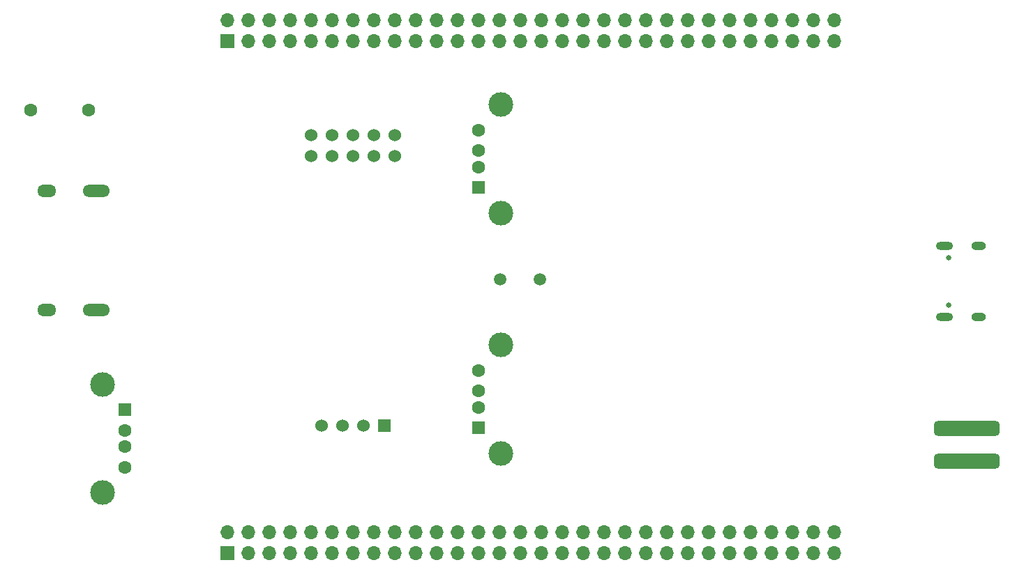
<source format=gbr>
%TF.GenerationSoftware,KiCad,Pcbnew,7.0.6*%
%TF.CreationDate,2023-08-02T21:58:42+08:00*%
%TF.ProjectId,Adapter,41646170-7465-4722-9e6b-696361645f70,rev?*%
%TF.SameCoordinates,Original*%
%TF.FileFunction,Soldermask,Bot*%
%TF.FilePolarity,Negative*%
%FSLAX46Y46*%
G04 Gerber Fmt 4.6, Leading zero omitted, Abs format (unit mm)*
G04 Created by KiCad (PCBNEW 7.0.6) date 2023-08-02 21:58:42*
%MOMM*%
%LPD*%
G01*
G04 APERTURE LIST*
G04 Aperture macros list*
%AMRoundRect*
0 Rectangle with rounded corners*
0 $1 Rounding radius*
0 $2 $3 $4 $5 $6 $7 $8 $9 X,Y pos of 4 corners*
0 Add a 4 corners polygon primitive as box body*
4,1,4,$2,$3,$4,$5,$6,$7,$8,$9,$2,$3,0*
0 Add four circle primitives for the rounded corners*
1,1,$1+$1,$2,$3*
1,1,$1+$1,$4,$5*
1,1,$1+$1,$6,$7*
1,1,$1+$1,$8,$9*
0 Add four rect primitives between the rounded corners*
20,1,$1+$1,$2,$3,$4,$5,0*
20,1,$1+$1,$4,$5,$6,$7,0*
20,1,$1+$1,$6,$7,$8,$9,0*
20,1,$1+$1,$8,$9,$2,$3,0*%
G04 Aperture macros list end*
%ADD10R,1.700000X1.700000*%
%ADD11O,1.700000X1.700000*%
%ADD12C,0.650000*%
%ADD13O,2.100000X1.000000*%
%ADD14O,1.800000X1.000000*%
%ADD15R,1.500000X1.600000*%
%ADD16C,1.600000*%
%ADD17C,3.000000*%
%ADD18C,1.524000*%
%ADD19R,1.524000X1.524000*%
%ADD20C,1.500000*%
%ADD21RoundRect,0.450000X-3.550000X0.450000X-3.550000X-0.450000X3.550000X-0.450000X3.550000X0.450000X0*%
%ADD22O,3.300000X1.500000*%
%ADD23O,2.300000X1.500000*%
G04 APERTURE END LIST*
D10*
%TO.C,P1*%
X116840000Y-80010000D03*
D11*
X116840000Y-77470000D03*
X119380000Y-80010000D03*
X119380000Y-77470000D03*
X121920000Y-80010000D03*
X121920000Y-77470000D03*
X124460000Y-80010000D03*
X124460000Y-77470000D03*
X127000000Y-80010000D03*
X127000000Y-77470000D03*
X129540000Y-80010000D03*
X129540000Y-77470000D03*
X132080000Y-80010000D03*
X132080000Y-77470000D03*
X134620000Y-80010000D03*
X134620000Y-77470000D03*
X137160000Y-80010000D03*
X137160000Y-77470000D03*
X139700000Y-80010000D03*
X139700000Y-77470000D03*
X142240000Y-80010000D03*
X142240000Y-77470000D03*
X144780000Y-80010000D03*
X144780000Y-77470000D03*
X147320000Y-80010000D03*
X147320000Y-77470000D03*
X149860000Y-80010000D03*
X149860000Y-77470000D03*
X152400000Y-80010000D03*
X152400000Y-77470000D03*
X154940000Y-80010000D03*
X154940000Y-77470000D03*
X157480000Y-80010000D03*
X157480000Y-77470000D03*
X160020000Y-80010000D03*
X160020000Y-77470000D03*
X162560000Y-80010000D03*
X162560000Y-77470000D03*
X165100000Y-80010000D03*
X165100000Y-77470000D03*
X167640000Y-80010000D03*
X167640000Y-77470000D03*
X170180000Y-80010000D03*
X170180000Y-77470000D03*
X172720000Y-80010000D03*
X172720000Y-77470000D03*
X175260000Y-80010000D03*
X175260000Y-77470000D03*
X177800000Y-80010000D03*
X177800000Y-77470000D03*
X180340000Y-80010000D03*
X180340000Y-77470000D03*
X182880000Y-80010000D03*
X182880000Y-77470000D03*
X185420000Y-80010000D03*
X185420000Y-77470000D03*
X187960000Y-80010000D03*
X187960000Y-77470000D03*
X190500000Y-80010000D03*
X190500000Y-77470000D03*
%TD*%
D10*
%TO.C,P4*%
X116840000Y-142240000D03*
D11*
X116840000Y-139700000D03*
X119380000Y-142240000D03*
X119380000Y-139700000D03*
X121920000Y-142240000D03*
X121920000Y-139700000D03*
X124460000Y-142240000D03*
X124460000Y-139700000D03*
X127000000Y-142240000D03*
X127000000Y-139700000D03*
X129540000Y-142240000D03*
X129540000Y-139700000D03*
X132080000Y-142240000D03*
X132080000Y-139700000D03*
X134620000Y-142240000D03*
X134620000Y-139700000D03*
X137160000Y-142240000D03*
X137160000Y-139700000D03*
X139700000Y-142240000D03*
X139700000Y-139700000D03*
X142240000Y-142240000D03*
X142240000Y-139700000D03*
X144780000Y-142240000D03*
X144780000Y-139700000D03*
X147320000Y-142240000D03*
X147320000Y-139700000D03*
X149860000Y-142240000D03*
X149860000Y-139700000D03*
X152400000Y-142240000D03*
X152400000Y-139700000D03*
X154940000Y-142240000D03*
X154940000Y-139700000D03*
X157480000Y-142240000D03*
X157480000Y-139700000D03*
X160020000Y-142240000D03*
X160020000Y-139700000D03*
X162560000Y-142240000D03*
X162560000Y-139700000D03*
X165100000Y-142240000D03*
X165100000Y-139700000D03*
X167640000Y-142240000D03*
X167640000Y-139700000D03*
X170180000Y-142240000D03*
X170180000Y-139700000D03*
X172720000Y-142240000D03*
X172720000Y-139700000D03*
X175260000Y-142240000D03*
X175260000Y-139700000D03*
X177800000Y-142240000D03*
X177800000Y-139700000D03*
X180340000Y-142240000D03*
X180340000Y-139700000D03*
X182880000Y-142240000D03*
X182880000Y-139700000D03*
X185420000Y-142240000D03*
X185420000Y-139700000D03*
X187960000Y-142240000D03*
X187960000Y-139700000D03*
X190500000Y-142240000D03*
X190500000Y-139700000D03*
%TD*%
D12*
%TO.C,J1*%
X204405000Y-112110000D03*
X204405000Y-106330000D03*
D13*
X203905000Y-113540000D03*
D14*
X208085000Y-113540000D03*
D13*
X203905000Y-104900000D03*
D14*
X208085000Y-104900000D03*
%TD*%
D15*
%TO.C,J3*%
X104420000Y-124770000D03*
D16*
X104420000Y-127270000D03*
X104420000Y-129270000D03*
X104420000Y-131770000D03*
D17*
X101710000Y-121700000D03*
X101710000Y-134840000D03*
%TD*%
D18*
%TO.C,U3*%
X127000000Y-93980000D03*
X127000000Y-91440000D03*
X129540000Y-93980000D03*
X129540000Y-91440000D03*
X132080000Y-93980000D03*
X132080000Y-91440000D03*
X134620000Y-93980000D03*
X134620000Y-91440000D03*
X137160000Y-93980000D03*
X137160000Y-91440000D03*
D19*
X135890000Y-126746000D03*
D18*
X133350000Y-126746000D03*
X130810000Y-126746000D03*
X128270000Y-126746000D03*
%TD*%
D20*
%TO.C,Y1*%
X154850000Y-108966000D03*
X149970000Y-108966000D03*
%TD*%
D21*
%TO.C,J2*%
X206646000Y-127032000D03*
X206646000Y-131032000D03*
%TD*%
D22*
%TO.C,J4*%
X100950000Y-112660000D03*
X100950000Y-98160000D03*
D23*
X94990000Y-112660000D03*
X94990000Y-98160000D03*
%TD*%
D15*
%TO.C,P2*%
X147320000Y-127000000D03*
D16*
X147320000Y-124500000D03*
X147320000Y-122500000D03*
X147320000Y-120000000D03*
D17*
X150030000Y-130070000D03*
X150030000Y-116930000D03*
%TD*%
D16*
%TO.C,J5*%
X93040000Y-88392000D03*
X100040000Y-88392000D03*
%TD*%
D15*
%TO.C,P3*%
X147320000Y-97790000D03*
D16*
X147320000Y-95290000D03*
X147320000Y-93290000D03*
X147320000Y-90790000D03*
D17*
X150030000Y-100860000D03*
X150030000Y-87720000D03*
%TD*%
M02*

</source>
